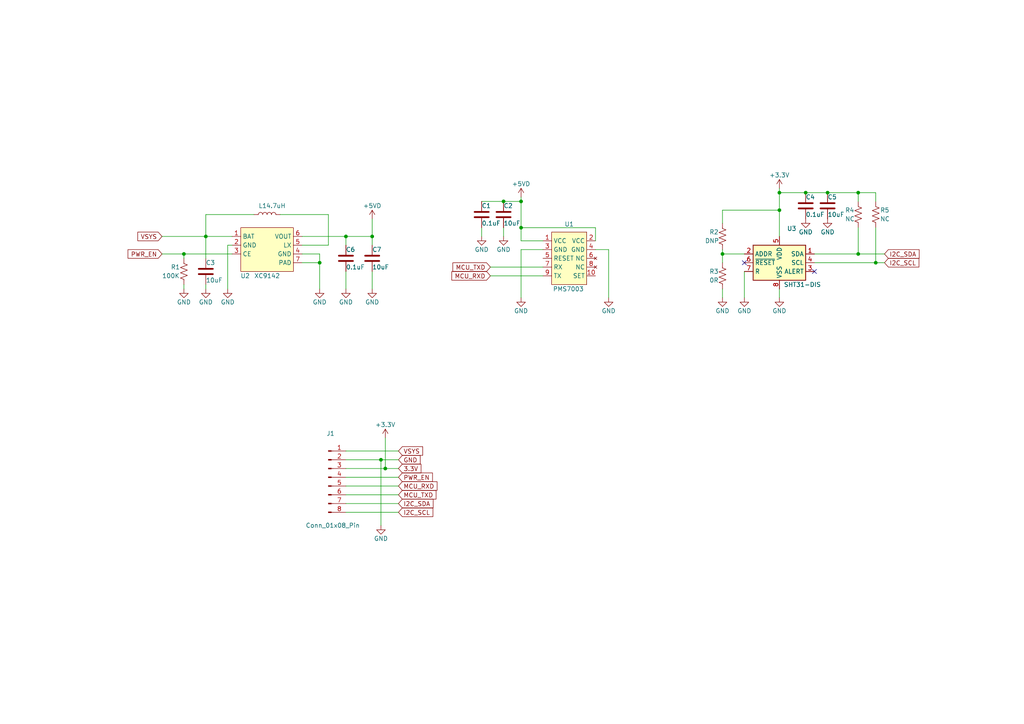
<source format=kicad_sch>
(kicad_sch (version 20230121) (generator eeschema)
  (paper "A4")
  (lib_symbols
    (symbol "Connector:Conn_01x08_Pin" (pin_names (offset 1.016) hide)
      (property "Reference" "J" (at 0 10.16 0))
      (property "Value" "Conn_01x08_Pin" (at 0 -12.7 0))
      (symbol "Conn_01x08_Pin_1_1"
        (polyline (pts (xy 1.27 -10.16) (xy 0.8636 -10.16)) (stroke (width 0.1524)))
        (polyline (pts (xy 1.27 -7.62) (xy 0.8636 -7.62)) (stroke (width 0.1524)))
        (polyline (pts (xy 1.27 -5.08) (xy 0.8636 -5.08)) (stroke (width 0.1524)))
        (polyline (pts (xy 1.27 -2.54) (xy 0.8636 -2.54)) (stroke (width 0.1524)))
        (polyline (pts (xy 1.27 0) (xy 0.8636 0)) (stroke (width 0.1524)))
        (polyline (pts (xy 1.27 2.54) (xy 0.8636 2.54)) (stroke (width 0.1524)))
        (polyline (pts (xy 1.27 5.08) (xy 0.8636 5.08)) (stroke (width 0.1524)))
        (polyline (pts (xy 1.27 7.62) (xy 0.8636 7.62)) (stroke (width 0.1524)))
        (rectangle (start 0.8636 -10.033) (end 0 -10.287) (stroke (width 0.1524)) (fill (type outline)))
        (rectangle (start 0.8636 -7.493) (end 0 -7.747) (stroke (width 0.1524)) (fill (type outline)))
        (rectangle (start 0.8636 -4.953) (end 0 -5.207) (stroke (width 0.1524)) (fill (type outline)))
        (rectangle (start 0.8636 -2.413) (end 0 -2.667) (stroke (width 0.1524)) (fill (type outline)))
        (rectangle (start 0.8636 0.127) (end 0 -0.127) (stroke (width 0.1524)) (fill (type outline)))
        (rectangle (start 0.8636 2.667) (end 0 2.413) (stroke (width 0.1524)) (fill (type outline)))
        (rectangle (start 0.8636 5.207) (end 0 4.953) (stroke (width 0.1524)) (fill (type outline)))
        (rectangle (start 0.8636 7.747) (end 0 7.493) (stroke (width 0.1524)) (fill (type outline)))
        (pin passive line (at 5.08 7.62 180) (length 3.81) (name "Pin_1") (number "1"))
        (pin passive line (at 5.08 5.08 180) (length 3.81) (name "Pin_2") (number "2"))
        (pin passive line (at 5.08 2.54 180) (length 3.81) (name "Pin_3") (number "3"))
        (pin passive line (at 5.08 0 180) (length 3.81) (name "Pin_4") (number "4"))
        (pin passive line (at 5.08 -2.54 180) (length 3.81) (name "Pin_5") (number "5"))
        (pin passive line (at 5.08 -5.08 180) (length 3.81) (name "Pin_6") (number "6"))
        (pin passive line (at 5.08 -7.62 180) (length 3.81) (name "Pin_7") (number "7"))
        (pin passive line (at 5.08 -10.16 180) (length 3.81) (name "Pin_8") (number "8"))
      )
    )
    (symbol "Device:C" (pin_numbers hide) (pin_names (offset 0.254))
      (property "Reference" "C" (at 0.635 2.54 0))
      (property "Value" "C" (at 0.635 -2.54 0))
      (symbol "C_0_1"
        (polyline (pts (xy -2.032 -0.762) (xy 2.032 -0.762)) (stroke (width 0.508)))
        (polyline (pts (xy -2.032 0.762) (xy 2.032 0.762)) (stroke (width 0.508)))
      )
      (symbol "C_1_1"
        (pin passive line (at 0 3.81 270) (length 2.794) (name "~") (number "1"))
        (pin passive line (at 0 -3.81 90) (length 2.794) (name "~") (number "2"))
      )
    )
    (symbol "Device:L" (pin_numbers hide) (pin_names (offset 1.016) hide)
      (property "Reference" "L" (at -1.27 0 90))
      (property "Value" "L" (at 1.905 0 90))
      (symbol "L_0_1"
        (arc (start 0 -2.54) (mid 0.6323 -1.905) (end 0 -1.27))
        (arc (start 0 -1.27) (mid 0.6323 -0.635) (end 0 0))
        (arc (start 0 0) (mid 0.6323 0.635) (end 0 1.27))
        (arc (start 0 1.27) (mid 0.6323 1.905) (end 0 2.54))
      )
      (symbol "L_1_1"
        (pin passive line (at 0 3.81 270) (length 1.27) (name "1") (number "1"))
        (pin passive line (at 0 -3.81 90) (length 1.27) (name "2") (number "2"))
      )
    )
    (symbol "Device:R_US" (pin_numbers hide) (pin_names (offset 0))
      (property "Reference" "R" (at 2.54 0 90))
      (property "Value" "R_US" (at -2.54 0 90))
      (symbol "R_US_0_1"
        (polyline (pts (xy 0 -2.286) (xy 0 -2.54)))
        (polyline (pts (xy 0 2.286) (xy 0 2.54)))
        (polyline (pts (xy 0 -0.762) (xy 1.016 -1.143) (xy 0 -1.524) (xy -1.016 -1.905) (xy 0 -2.286)))
        (polyline (pts (xy 0 0.762) (xy 1.016 0.381) (xy 0 0) (xy -1.016 -0.381) (xy 0 -0.762)))
        (polyline (pts (xy 0 2.286) (xy 1.016 1.905) (xy 0 1.524) (xy -1.016 1.143) (xy 0 0.762)))
      )
      (symbol "R_US_1_1"
        (pin passive line (at 0 3.81 270) (length 1.27) (name "~") (number "1"))
        (pin passive line (at 0 -3.81 90) (length 1.27) (name "~") (number "2"))
      )
    )
    (symbol "Sensor_Humidity:SHT31-DIS"
      (property "Reference" "U" (at -6.35 6.35 0))
      (property "Value" "SHT31-DIS" (at 6.35 6.35 0))
      (symbol "SHT31-DIS_0_1"
        (rectangle (start -7.62 5.08) (end 7.62 -5.08) (stroke (width 0.254)) (fill (type background)))
      )
      (symbol "SHT31-DIS_1_1"
        (pin bidirectional line (at 10.16 2.54 180) (length 2.54) (name "SDA") (number "1"))
        (pin input line (at -10.16 2.54 0) (length 2.54) (name "ADDR") (number "2"))
        (pin output line (at 10.16 -2.54 180) (length 2.54) (name "ALERT") (number "3"))
        (pin input line (at 10.16 0 180) (length 2.54) (name "SCL") (number "4"))
        (pin power_in line (at 0 7.62 270) (length 2.54) (name "VDD") (number "5"))
        (pin input line (at -10.16 0 0) (length 2.54) (name "~{RESET}") (number "6"))
        (pin passive line (at -10.16 -2.54 0) (length 2.54) (name "R") (number "7"))
        (pin power_in line (at 0 -7.62 90) (length 2.54) (name "VSS") (number "8"))
        (pin passive line (at 0 -7.62 90) (length 2.54) hide (name "VSS") (number "9"))
      )
    )
    (symbol "kicad_lib_particle:PMS7003"
      (property "Reference" "U" (at 0 17.78 0))
      (symbol "PMS7003_1_1"
        (rectangle (start -2.54 15.24) (end 7.62 0) (fill (type background)))
        (pin power_in line (at -5.08 12.7 0) (length 2.54) (name "VCC") (number "1"))
        (pin input line (at 10.16 2.54 180) (length 2.54) (name "SET") (number "10"))
        (pin power_in line (at 10.16 12.7 180) (length 2.54) (name "VCC") (number "2"))
        (pin power_in line (at -5.08 10.16 0) (length 2.54) (name "GND") (number "3"))
        (pin power_in line (at 10.16 10.16 180) (length 2.54) (name "GND") (number "4"))
        (pin passive line (at -5.08 7.62 0) (length 2.54) (name "RESET") (number "5"))
        (pin no_connect line (at 10.16 7.62 180) (length 2.54) (name "NC") (number "6"))
        (pin input line (at -5.08 5.08 0) (length 2.54) (name "RX") (number "7"))
        (pin no_connect line (at 10.16 5.08 180) (length 2.54) (name "NC") (number "8"))
        (pin output line (at -5.08 2.54 0) (length 2.54) (name "TX") (number "9"))
      )
    )
    (symbol "kicad_lib_particle:XC9142"
      (property "Reference" "U" (at 2.54 15.24 0))
      (symbol "XC9142_1_1"
        (rectangle (start 0 12.7) (end 15.24 0) (fill (type background)))
        (pin power_in line (at -2.54 10.16 0) (length 2.54) (name "BAT") (number "1"))
        (pin power_in line (at -2.54 7.62 0) (length 2.54) (name "GND") (number "2"))
        (pin input line (at -2.54 5.08 0) (length 2.54) (name "CE") (number "3"))
        (pin power_in line (at 17.78 5.08 180) (length 2.54) (name "GND") (number "4"))
        (pin power_in line (at 17.78 7.62 180) (length 2.54) (name "LX") (number "5"))
        (pin power_in line (at 17.78 10.16 180) (length 2.54) (name "VOUT") (number "6"))
        (pin power_in line (at 17.78 2.54 180) (length 2.54) (name "PAD") (number "7"))
      )
    )
    (symbol "power:+3.3V" (power) (pin_names (offset 0))
      (property "Value" "+3.3V" (at 0 3.556 0))
      (symbol "+3.3V_0_1"
        (polyline (pts (xy -0.762 1.27) (xy 0 2.54)))
        (polyline (pts (xy 0 0) (xy 0 2.54)))
        (polyline (pts (xy 0 2.54) (xy 0.762 1.27)))
      )
      (symbol "+3.3V_1_1"
        (pin power_in line (at 0 0 90) (length 0) hide (name "+3.3V") (number "1"))
      )
    )
    (symbol "power:+5VD" (power) (pin_names (offset 0))
      (property "Value" "+5VD" (at 0 3.556 0))
      (symbol "+5VD_0_1"
        (polyline (pts (xy -0.762 1.27) (xy 0 2.54)))
        (polyline (pts (xy 0 0) (xy 0 2.54)))
        (polyline (pts (xy 0 2.54) (xy 0.762 1.27)))
      )
      (symbol "+5VD_1_1"
        (pin power_in line (at 0 0 90) (length 0) hide (name "+5VD") (number "1"))
      )
    )
    (symbol "power:GND" (power) (pin_names (offset 0))
      (property "Value" "GND" (at 0 -3.81 0))
      (symbol "GND_0_1"
        (polyline (pts (xy 0 0) (xy 0 -1.27) (xy 1.27 -1.27) (xy 0 -2.54) (xy -1.27 -1.27) (xy 0 -1.27)))
      )
      (symbol "GND_1_1"
        (pin power_in line (at 0 0 270) (length 0) hide (name "GND") (number "1"))
      )
    )
  )
  (junction (at 110.49 133.35))
  (junction (at 92.71 76.2))
  (junction (at 254 76.2))
  (junction (at 209.55 73.66))
  (junction (at 248.92 73.66))
  (junction (at 107.95 68.58))
  (junction (at 146.05 58.42))
  (junction (at 111.76 135.89))
  (junction (at 53.34 73.66))
  (junction (at 59.69 68.58))
  (junction (at 226.06 60.96))
  (junction (at 151.13 58.42))
  (junction (at 240.03 55.88))
  (junction (at 151.13 66.04))
  (junction (at 248.92 55.88))
  (junction (at 226.06 55.88))
  (junction (at 233.68 55.88))
  (junction (at 100.33 68.58))
  (no_connect (at 215.9 76.2))
  (no_connect (at 236.22 78.74))
  (wire (pts (xy 100.33 138.43) (xy 115.57 138.43)))
  (wire (pts (xy 73.66 62.23) (xy 59.69 62.23)))
  (wire (pts (xy 46.99 68.58) (xy 59.69 68.58)))
  (wire (pts (xy 172.72 66.04) (xy 151.13 66.04)))
  (wire (pts (xy 53.34 73.66) (xy 53.34 74.93)))
  (wire (pts (xy 87.63 76.2) (xy 92.71 76.2)))
  (wire (pts (xy 100.33 133.35) (xy 110.49 133.35)))
  (wire (pts (xy 248.92 55.88) (xy 240.03 55.88)))
  (wire (pts (xy 95.25 71.12) (xy 87.63 71.12)))
  (wire (pts (xy 215.9 78.74) (xy 215.9 86.36)))
  (wire (pts (xy 254 55.88) (xy 248.92 55.88)))
  (wire (pts (xy 110.49 133.35) (xy 115.57 133.35)))
  (wire (pts (xy 146.05 68.58) (xy 146.05 66.04)))
  (wire (pts (xy 59.69 68.58) (xy 59.69 74.93)))
  (wire (pts (xy 248.92 73.66) (xy 256.54 73.66)))
  (wire (pts (xy 46.99 73.66) (xy 53.34 73.66)))
  (wire (pts (xy 100.33 83.82) (xy 100.33 78.74)))
  (wire (pts (xy 92.71 76.2) (xy 92.71 83.82)))
  (wire (pts (xy 226.06 83.82) (xy 226.06 86.36)))
  (wire (pts (xy 87.63 68.58) (xy 100.33 68.58)))
  (wire (pts (xy 226.06 55.88) (xy 226.06 60.96)))
  (wire (pts (xy 151.13 58.42) (xy 151.13 66.04)))
  (wire (pts (xy 100.33 68.58) (xy 107.95 68.58)))
  (wire (pts (xy 100.33 135.89) (xy 111.76 135.89)))
  (wire (pts (xy 226.06 60.96) (xy 226.06 68.58)))
  (wire (pts (xy 236.22 76.2) (xy 254 76.2)))
  (wire (pts (xy 107.95 78.74) (xy 107.95 83.82)))
  (wire (pts (xy 59.69 62.23) (xy 59.69 68.58)))
  (wire (pts (xy 87.63 73.66) (xy 92.71 73.66)))
  (wire (pts (xy 226.06 54.61) (xy 226.06 55.88)))
  (wire (pts (xy 172.72 69.85) (xy 172.72 66.04)))
  (wire (pts (xy 100.33 148.59) (xy 115.57 148.59)))
  (wire (pts (xy 248.92 66.04) (xy 248.92 73.66)))
  (wire (pts (xy 100.33 140.97) (xy 115.57 140.97)))
  (wire (pts (xy 100.33 130.81) (xy 115.57 130.81)))
  (wire (pts (xy 111.76 135.89) (xy 115.57 135.89)))
  (wire (pts (xy 254 58.42) (xy 254 55.88)))
  (wire (pts (xy 100.33 146.05) (xy 115.57 146.05)))
  (wire (pts (xy 151.13 57.15) (xy 151.13 58.42)))
  (wire (pts (xy 95.25 62.23) (xy 95.25 71.12)))
  (wire (pts (xy 100.33 68.58) (xy 100.33 71.12)))
  (wire (pts (xy 209.55 60.96) (xy 226.06 60.96)))
  (wire (pts (xy 111.76 127) (xy 111.76 135.89)))
  (wire (pts (xy 59.69 68.58) (xy 67.31 68.58)))
  (wire (pts (xy 100.33 143.51) (xy 115.57 143.51)))
  (wire (pts (xy 110.49 133.35) (xy 110.49 152.4)))
  (wire (pts (xy 157.48 69.85) (xy 151.13 69.85)))
  (wire (pts (xy 254 76.2) (xy 256.54 76.2)))
  (wire (pts (xy 209.55 73.66) (xy 215.9 73.66)))
  (wire (pts (xy 176.53 86.36) (xy 176.53 72.39)))
  (wire (pts (xy 107.95 68.58) (xy 107.95 71.12)))
  (wire (pts (xy 59.69 83.82) (xy 59.69 82.55)))
  (wire (pts (xy 209.55 64.77) (xy 209.55 60.96)))
  (wire (pts (xy 151.13 69.85) (xy 151.13 66.04)))
  (wire (pts (xy 254 66.04) (xy 254 76.2)))
  (wire (pts (xy 233.68 55.88) (xy 240.03 55.88)))
  (wire (pts (xy 81.28 62.23) (xy 95.25 62.23)))
  (wire (pts (xy 209.55 72.39) (xy 209.55 73.66)))
  (wire (pts (xy 139.7 66.04) (xy 139.7 68.58)))
  (wire (pts (xy 151.13 72.39) (xy 151.13 86.36)))
  (wire (pts (xy 248.92 58.42) (xy 248.92 55.88)))
  (wire (pts (xy 146.05 58.42) (xy 151.13 58.42)))
  (wire (pts (xy 142.24 77.47) (xy 157.48 77.47)))
  (wire (pts (xy 66.04 71.12) (xy 66.04 83.82)))
  (wire (pts (xy 53.34 73.66) (xy 67.31 73.66)))
  (wire (pts (xy 139.7 58.42) (xy 146.05 58.42)))
  (wire (pts (xy 157.48 72.39) (xy 151.13 72.39)))
  (wire (pts (xy 67.31 71.12) (xy 66.04 71.12)))
  (wire (pts (xy 236.22 73.66) (xy 248.92 73.66)))
  (wire (pts (xy 209.55 86.36) (xy 209.55 83.82)))
  (wire (pts (xy 107.95 63.5) (xy 107.95 68.58)))
  (wire (pts (xy 53.34 83.82) (xy 53.34 82.55)))
  (wire (pts (xy 92.71 73.66) (xy 92.71 76.2)))
  (wire (pts (xy 176.53 72.39) (xy 172.72 72.39)))
  (wire (pts (xy 209.55 76.2) (xy 209.55 73.66)))
  (wire (pts (xy 226.06 55.88) (xy 233.68 55.88)))
  (wire (pts (xy 142.24 80.01) (xy 157.48 80.01)))
  (global_label "VSYS" (shape input) (at 115.57 130.81 0) (property "Intersheetrefs" "${INTERSHEET_REFS}" (effects hide)))
  (global_label "PWR_EN" (shape input) (at 115.57 138.43 0) (property "Intersheetrefs" "${INTERSHEET_REFS}" (effects hide)))
  (global_label "I2C_SCL" (shape input) (at 115.57 148.59 0) (property "Intersheetrefs" "${INTERSHEET_REFS}" (effects hide)))
  (global_label "MCU_TXD" (shape input) (at 142.24 77.47 180) (property "Intersheetrefs" "${INTERSHEET_REFS}" (effects hide)))
  (global_label "MCU_RXD" (shape input) (at 115.57 140.97 0) (property "Intersheetrefs" "${INTERSHEET_REFS}" (effects hide)))
  (global_label "PWR_EN" (shape input) (at 46.99 73.66 180) (property "Intersheetrefs" "${INTERSHEET_REFS}" (effects hide)))
  (global_label "I2C_SDA" (shape input) (at 115.57 146.05 0) (property "Intersheetrefs" "${INTERSHEET_REFS}" (effects hide)))
  (global_label "VSYS" (shape input) (at 46.99 68.58 180) (property "Intersheetrefs" "${INTERSHEET_REFS}" (effects hide)))
  (global_label "3.3V" (shape input) (at 115.57 135.89 0) (property "Intersheetrefs" "${INTERSHEET_REFS}" (effects hide)))
  (global_label "I2C_SDA" (shape input) (at 256.54 73.66 0) (property "Intersheetrefs" "${INTERSHEET_REFS}" (effects hide)))
  (global_label "MCU_TXD" (shape input) (at 115.57 143.51 0) (property "Intersheetrefs" "${INTERSHEET_REFS}" (effects hide)))
  (global_label "MCU_RXD" (shape input) (at 142.24 80.01 180) (property "Intersheetrefs" "${INTERSHEET_REFS}" (effects hide)))
  (global_label "GND" (shape input) (at 115.57 133.35 0) (property "Intersheetrefs" "${INTERSHEET_REFS}" (effects hide)))
  (global_label "I2C_SCL" (shape input) (at 256.54 76.2 0) (property "Intersheetrefs" "${INTERSHEET_REFS}" (effects hide)))
  (symbol (lib_id "Device:C") (at 107.95 74.93 0) (unit 1)
    (property "Reference" "C7" (at 107.95 72.39 0) (effects (justify left)))
    (property "Value" "10uF" (at 107.95 77.47 0) (effects (justify left)))
    (property "Footprint" "Capacitor_SMD:C_0603_1608Metric" (effects hide))
  )
  (symbol (lib_id "power:GND") (at 233.68 63.5 0) (mirror y) (unit 1)
    (property "Reference" "#PWR017" (effects hide))
    (property "Value" "GND" (at 233.68 67.31 0))
  )
  (symbol (lib_id "power:GND") (at 215.9 86.36 0) (unit 1)
    (property "Reference" "#PWR019" (effects hide))
    (property "Value" "GND" (at 215.9 90.17 0))
  )
  (symbol (lib_id "power:GND") (at 92.71 83.82 0) (mirror y) (unit 1)
    (property "Reference" "#PWR04" (effects hide))
    (property "Value" "GND" (at 92.71 87.63 0))
  )
  (symbol (lib_id "power:+3.3V") (at 226.06 54.61 0) (unit 1)
    (property "Reference" "#PWR09" (effects hide))
    (property "Value" "+3.3V" (at 226.06 50.8 0))
  )
  (symbol (lib_id "Connector:Conn_01x08_Pin") (at 95.25 138.43 0) (unit 1)
    (property "Reference" "J1" (at 95.885 125.73 0))
    (property "Value" "Conn_01x08_Pin" (at 96.52 152.4 0))
    (property "Footprint" "Connector_Molex:Molex_CLIK-Mate_502443-0870_1x08-1MP_P2.00mm_Vertical" (effects hide))
  )
  (symbol (lib_id "power:GND") (at 53.34 83.82 0) (unit 1)
    (property "Reference" "#PWR02" (effects hide))
    (property "Value" "GND" (at 53.34 87.63 0))
  )
  (symbol (lib_id "Device:C") (at 59.69 78.74 0) (unit 1)
    (property "Reference" "C3" (at 59.69 76.2 0) (effects (justify left)))
    (property "Value" "10uF" (at 59.69 81.28 0) (effects (justify left)))
    (property "Footprint" "Capacitor_SMD:C_0603_1608Metric" (effects hide))
  )
  (symbol (lib_id "kicad_lib_particle:XC9142") (at 69.85 78.74 0) (unit 1)
    (property "Reference" "U2" (at 71.12 80.01 0))
    (property "Value" "XC9142" (at 77.47 80.01 0))
    (property "Footprint" "particle_kicad_lib:DFN-6-1EP_1.8X2mm" (effects hide))
  )
  (symbol (lib_id "power:GND") (at 107.95 83.82 0) (mirror y) (unit 1)
    (property "Reference" "#PWR06" (effects hide))
    (property "Value" "GND" (at 107.95 87.63 0))
  )
  (symbol (lib_id "Device:R_US") (at 209.55 68.58 0) (unit 1)
    (property "Reference" "R2" (at 205.74 67.31 0) (effects (justify left)))
    (property "Value" "DNP" (at 204.47 69.85 0) (effects (justify left)))
    (property "Footprint" "Resistor_SMD:R_0603_1608Metric" (effects hide))
  )
  (symbol (lib_id "power:GND") (at 151.13 86.36 0) (mirror y) (unit 1)
    (property "Reference" "#PWR012" (effects hide))
    (property "Value" "GND" (at 151.13 90.17 0))
  )
  (symbol (lib_id "power:GND") (at 240.03 63.5 0) (mirror y) (unit 1)
    (property "Reference" "#PWR018" (effects hide))
    (property "Value" "GND" (at 240.03 67.31 0))
  )
  (symbol (lib_id "Sensor_Humidity:SHT31-DIS") (at 226.06 76.2 0) (unit 1)
    (property "Reference" "U3" (at 228.2541 66.294 0) (effects (justify left)))
    (property "Value" "SHT31-DIS" (at 227.33 82.55 0) (effects (justify left)))
    (property "Footprint" "Sensor_Humidity:Sensirion_DFN-8-1EP_2.5x2.5mm_P0.5mm_EP1.1x1.7mm" (effects hide))
    (property "Datasheet" "https://www.sensirion.com/fileadmin/user_upload/customers/sensirion/Dokumente/2_Humidity_Sensors/Datasheets/Sensirion_Humidity_Sensors_SHT3x_Datasheet_digital.pdf" (effects hide))
  )
  (symbol (lib_id "power:+5VD") (at 107.95 63.5 0) (mirror y) (unit 1)
    (property "Reference" "#PWR03" (effects hide))
    (property "Value" "+5VD" (at 107.95 59.69 0))
  )
  (symbol (lib_id "Device:R_US") (at 248.92 62.23 0) (unit 1)
    (property "Reference" "R4" (at 245.11 60.96 0) (effects (justify left)))
    (property "Value" "NC" (at 245.11 63.5 0) (effects (justify left)))
    (property "Footprint" "Resistor_SMD:R_0603_1608Metric" (effects hide))
  )
  (symbol (lib_id "Device:C") (at 139.7 62.23 0) (unit 1)
    (property "Reference" "C1" (at 139.7 59.69 0) (effects (justify left)))
    (property "Value" "0.1uF" (at 139.7 64.77 0) (effects (justify left)))
    (property "Footprint" "Capacitor_SMD:C_0603_1608Metric" (effects hide))
  )
  (symbol (lib_id "power:GND") (at 110.49 152.4 0) (unit 1)
    (property "Reference" "#PWR020" (effects hide))
    (property "Value" "GND" (at 110.49 156.21 0))
  )
  (symbol (lib_id "power:+5VD") (at 151.13 57.15 0) (mirror y) (unit 1)
    (property "Reference" "#PWR011" (effects hide))
    (property "Value" "+5VD" (at 151.13 53.34 0))
  )
  (symbol (lib_id "Device:R_US") (at 209.55 80.01 0) (unit 1)
    (property "Reference" "R3" (at 205.74 78.74 0) (effects (justify left)))
    (property "Value" "0R" (at 205.74 81.28 0) (effects (justify left)))
    (property "Footprint" "Resistor_SMD:R_0603_1608Metric" (effects hide))
  )
  (symbol (lib_id "kicad_lib_particle:PMS7003") (at 162.56 82.55 0) (unit 1)
    (property "Reference" "U1" (at 165.1 65.024 0))
    (property "Value" "PMS7003" (at 164.846 83.82 0))
    (property "Footprint" "particle_kicad_lib:PMS7003" (effects hide))
  )
  (symbol (lib_id "power:GND") (at 176.53 86.36 0) (mirror y) (unit 1)
    (property "Reference" "#PWR013" (effects hide))
    (property "Value" "GND" (at 176.53 90.17 0))
  )
  (symbol (lib_id "Device:C") (at 233.68 59.69 0) (unit 1)
    (property "Reference" "C4" (at 233.68 57.15 0) (effects (justify left)))
    (property "Value" "0.1uF" (at 233.68 62.23 0) (effects (justify left)))
    (property "Footprint" "Capacitor_SMD:C_0603_1608Metric" (effects hide))
  )
  (symbol (lib_id "power:GND") (at 100.33 83.82 0) (mirror y) (unit 1)
    (property "Reference" "#PWR05" (effects hide))
    (property "Value" "GND" (at 100.33 87.63 0))
  )
  (symbol (lib_id "power:GND") (at 59.69 83.82 0) (mirror y) (unit 1)
    (property "Reference" "#PWR07" (effects hide))
    (property "Value" "GND" (at 59.69 87.63 0))
  )
  (symbol (lib_id "Device:C") (at 100.33 74.93 0) (unit 1)
    (property "Reference" "C6" (at 100.33 72.39 0) (effects (justify left)))
    (property "Value" "0.1uF" (at 100.33 77.47 0) (effects (justify left)))
    (property "Footprint" "Capacitor_SMD:C_0603_1608Metric" (effects hide))
  )
  (symbol (lib_id "Device:C") (at 146.05 62.23 0) (unit 1)
    (property "Reference" "C2" (at 146.05 59.69 0) (effects (justify left)))
    (property "Value" "10uF" (at 146.05 64.77 0) (effects (justify left)))
    (property "Footprint" "Capacitor_SMD:C_0603_1608Metric" (effects hide))
  )
  (symbol (lib_id "power:GND") (at 139.7 68.58 0) (mirror y) (unit 1)
    (property "Reference" "#PWR015" (effects hide))
    (property "Value" "GND" (at 139.7 72.39 0))
  )
  (symbol (lib_id "Device:L") (at 77.47 62.23 270) (mirror x) (unit 1)
    (property "Reference" "L1" (at 76.2 59.69 90))
    (property "Value" "4.7uH" (at 80.01 59.69 90))
    (property "Footprint" "Inductor_SMD:L_Abracon_ASPI-3012S" (effects hide))
  )
  (symbol (lib_id "Device:C") (at 240.03 59.69 0) (unit 1)
    (property "Reference" "C5" (at 240.03 57.15 0) (effects (justify left)))
    (property "Value" "10uF" (at 240.03 62.23 0) (effects (justify left)))
    (property "Footprint" "Capacitor_SMD:C_0603_1608Metric" (effects hide))
  )
  (symbol (lib_id "power:GND") (at 209.55 86.36 0) (unit 1)
    (property "Reference" "#PWR010" (effects hide))
    (property "Value" "GND" (at 209.55 90.17 0))
  )
  (symbol (lib_id "power:+3.3V") (at 111.76 127 0) (mirror y) (unit 1)
    (property "Reference" "#PWR014" (effects hide))
    (property "Value" "+3.3V" (at 111.76 123.19 0))
  )
  (symbol (lib_id "power:GND") (at 146.05 68.58 0) (mirror y) (unit 1)
    (property "Reference" "#PWR016" (effects hide))
    (property "Value" "GND" (at 146.05 72.39 0))
  )
  (symbol (lib_id "power:GND") (at 226.06 86.36 0) (unit 1)
    (property "Reference" "#PWR08" (effects hide))
    (property "Value" "GND" (at 226.06 90.17 0))
  )
  (symbol (lib_id "Device:R_US") (at 53.34 78.74 0) (unit 1)
    (property "Reference" "R1" (at 49.53 77.47 0) (effects (justify left)))
    (property "Value" "100K" (at 46.99 80.01 0) (effects (justify left)))
    (property "Footprint" "Resistor_SMD:R_0603_1608Metric" (effects hide))
  )
  (symbol (lib_id "power:GND") (at 66.04 83.82 0) (unit 1)
    (property "Reference" "#PWR01" (effects hide))
    (property "Value" "GND" (at 66.04 87.63 0))
  )
  (symbol (lib_id "Device:R_US") (at 254 62.23 0) (unit 1)
    (property "Reference" "R5" (at 255.27 60.96 0) (effects (justify left)))
    (property "Value" "NC" (at 255.27 63.5 0) (effects (justify left)))
    (property "Footprint" "Resistor_SMD:R_0603_1608Metric" (effects hide))
  )
)
</source>
